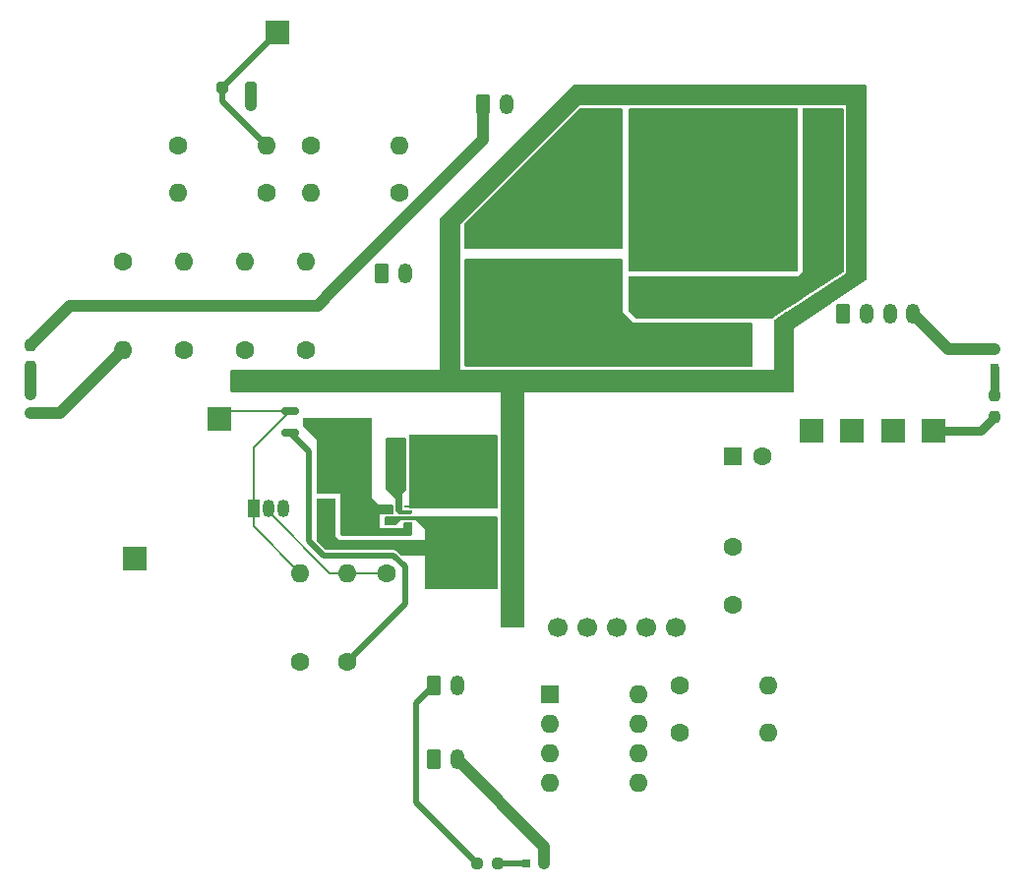
<source format=gbr>
%TF.GenerationSoftware,KiCad,Pcbnew,8.0.5*%
%TF.CreationDate,2025-04-28T01:24:49-04:00*%
%TF.ProjectId,CanSat_Power_Management_Board,43616e53-6174-45f5-906f-7765725f4d61,rev?*%
%TF.SameCoordinates,Original*%
%TF.FileFunction,Copper,L1,Top*%
%TF.FilePolarity,Positive*%
%FSLAX46Y46*%
G04 Gerber Fmt 4.6, Leading zero omitted, Abs format (unit mm)*
G04 Created by KiCad (PCBNEW 8.0.5) date 2025-04-28 01:24:49*
%MOMM*%
%LPD*%
G01*
G04 APERTURE LIST*
G04 Aperture macros list*
%AMRoundRect*
0 Rectangle with rounded corners*
0 $1 Rounding radius*
0 $2 $3 $4 $5 $6 $7 $8 $9 X,Y pos of 4 corners*
0 Add a 4 corners polygon primitive as box body*
4,1,4,$2,$3,$4,$5,$6,$7,$8,$9,$2,$3,0*
0 Add four circle primitives for the rounded corners*
1,1,$1+$1,$2,$3*
1,1,$1+$1,$4,$5*
1,1,$1+$1,$6,$7*
1,1,$1+$1,$8,$9*
0 Add four rect primitives between the rounded corners*
20,1,$1+$1,$2,$3,$4,$5,0*
20,1,$1+$1,$4,$5,$6,$7,0*
20,1,$1+$1,$6,$7,$8,$9,0*
20,1,$1+$1,$8,$9,$2,$3,0*%
G04 Aperture macros list end*
%TA.AperFunction,ComponentPad*%
%ADD10R,1.600000X1.600000*%
%TD*%
%TA.AperFunction,ComponentPad*%
%ADD11C,1.600000*%
%TD*%
%TA.AperFunction,SMDPad,CuDef*%
%ADD12R,0.800000X0.800000*%
%TD*%
%TA.AperFunction,ComponentPad*%
%ADD13R,2.000000X2.000000*%
%TD*%
%TA.AperFunction,ComponentPad*%
%ADD14O,1.600000X1.600000*%
%TD*%
%TA.AperFunction,SMDPad,CuDef*%
%ADD15RoundRect,0.250000X0.337500X0.475000X-0.337500X0.475000X-0.337500X-0.475000X0.337500X-0.475000X0*%
%TD*%
%TA.AperFunction,ComponentPad*%
%ADD16R,3.200000X3.200000*%
%TD*%
%TA.AperFunction,ComponentPad*%
%ADD17O,3.200000X3.200000*%
%TD*%
%TA.AperFunction,SMDPad,CuDef*%
%ADD18RoundRect,0.237500X0.250000X0.237500X-0.250000X0.237500X-0.250000X-0.237500X0.250000X-0.237500X0*%
%TD*%
%TA.AperFunction,SMDPad,CuDef*%
%ADD19RoundRect,0.250000X-0.475000X0.337500X-0.475000X-0.337500X0.475000X-0.337500X0.475000X0.337500X0*%
%TD*%
%TA.AperFunction,SMDPad,CuDef*%
%ADD20RoundRect,0.237500X0.237500X-0.250000X0.237500X0.250000X-0.237500X0.250000X-0.237500X-0.250000X0*%
%TD*%
%TA.AperFunction,ComponentPad*%
%ADD21RoundRect,0.250000X-0.350000X-0.625000X0.350000X-0.625000X0.350000X0.625000X-0.350000X0.625000X0*%
%TD*%
%TA.AperFunction,ComponentPad*%
%ADD22O,1.200000X1.750000*%
%TD*%
%TA.AperFunction,ComponentPad*%
%ADD23C,1.700000*%
%TD*%
%TA.AperFunction,SMDPad,CuDef*%
%ADD24R,0.711200X0.228600*%
%TD*%
%TA.AperFunction,ComponentPad*%
%ADD25R,1.050000X1.500000*%
%TD*%
%TA.AperFunction,ComponentPad*%
%ADD26O,1.050000X1.500000*%
%TD*%
%TA.AperFunction,ComponentPad*%
%ADD27R,1.800000X1.800000*%
%TD*%
%TA.AperFunction,ComponentPad*%
%ADD28O,1.800000X1.800000*%
%TD*%
%TA.AperFunction,SMDPad,CuDef*%
%ADD29RoundRect,0.237500X-0.237500X0.250000X-0.237500X-0.250000X0.237500X-0.250000X0.237500X0.250000X0*%
%TD*%
%TA.AperFunction,SMDPad,CuDef*%
%ADD30R,1.500000X3.600000*%
%TD*%
%TA.AperFunction,SMDPad,CuDef*%
%ADD31RoundRect,0.150000X-0.587500X-0.150000X0.587500X-0.150000X0.587500X0.150000X-0.587500X0.150000X0*%
%TD*%
%TA.AperFunction,SMDPad,CuDef*%
%ADD32R,3.400000X1.100000*%
%TD*%
%TA.AperFunction,SMDPad,CuDef*%
%ADD33RoundRect,0.250000X-0.250000X-0.250000X0.250000X-0.250000X0.250000X0.250000X-0.250000X0.250000X0*%
%TD*%
%TA.AperFunction,ViaPad*%
%ADD34C,0.600000*%
%TD*%
%TA.AperFunction,Conductor*%
%ADD35C,1.000000*%
%TD*%
%TA.AperFunction,Conductor*%
%ADD36C,0.800000*%
%TD*%
%TA.AperFunction,Conductor*%
%ADD37C,0.500000*%
%TD*%
%TA.AperFunction,Conductor*%
%ADD38C,0.200000*%
%TD*%
G04 APERTURE END LIST*
D10*
%TO.P,C9,1*%
%TO.N,Net-(U3-THR)*%
X169000000Y-106500000D03*
D11*
%TO.P,C9,2*%
%TO.N,GND*%
X171500000Y-106500000D03*
%TD*%
D12*
%TO.P,D5,1,K*%
%TO.N,GND*%
X108525000Y-102762500D03*
%TO.P,D5,2,A*%
%TO.N,Net-(D5-A)*%
X108525000Y-101162500D03*
%TD*%
D13*
%TO.P,TP4,1,1*%
%TO.N,/5V*%
X186250000Y-104250000D03*
%TD*%
D11*
%TO.P,R9,1*%
%TO.N,Net-(J4-Pin_1)*%
X135750000Y-124157500D03*
D14*
%TO.P,R9,2*%
%TO.N,Net-(Q1-G)*%
X135750000Y-116537500D03*
%TD*%
D11*
%TO.P,R1,1*%
%TO.N,Net-(R1-Pad1)*%
X116500000Y-89690000D03*
D14*
%TO.P,R1,2*%
%TO.N,GND*%
X116500000Y-97310000D03*
%TD*%
D10*
%TO.P,U3,1,GND*%
%TO.N,GND*%
X153200000Y-126950000D03*
D14*
%TO.P,U3,2,TR*%
%TO.N,Net-(U3-THR)*%
X153200000Y-129490000D03*
%TO.P,U3,3,Q*%
%TO.N,Net-(U3-Q)*%
X153200000Y-132030000D03*
%TO.P,U3,4,R*%
%TO.N,/5V*%
X153200000Y-134570000D03*
%TO.P,U3,5,CV*%
%TO.N,Net-(U3-CV)*%
X160820000Y-134570000D03*
%TO.P,U3,6,THR*%
%TO.N,Net-(U3-THR)*%
X160820000Y-132030000D03*
%TO.P,U3,7,DIS*%
%TO.N,Net-(BZ1-Aux)*%
X160820000Y-129490000D03*
%TO.P,U3,8,VCC*%
%TO.N,/5V*%
X160820000Y-126950000D03*
%TD*%
D13*
%TO.P,TP5,1,1*%
%TO.N,Net-(Q1-G)*%
X117500000Y-115250000D03*
%TD*%
D10*
%TO.P,Cout5,1*%
%TO.N,3.3V*%
X158000000Y-78000000D03*
D11*
%TO.P,Cout5,2*%
%TO.N,GND*%
X161500000Y-78000000D03*
%TD*%
D12*
%TO.P,D3,1,K*%
%TO.N,GND*%
X152762500Y-141495000D03*
%TO.P,D3,2,A*%
%TO.N,Net-(D3-A)*%
X151162500Y-141495000D03*
%TD*%
D11*
%TO.P,R6,1*%
%TO.N,Net-(R5-Pad2)*%
X121190000Y-79750000D03*
D14*
%TO.P,R6,2*%
%TO.N,ADC*%
X128810000Y-79750000D03*
%TD*%
D15*
%TO.P,Cin4,1*%
%TO.N,7.4V*%
X175787500Y-77750000D03*
%TO.P,Cin4,2*%
%TO.N,GND*%
X173712500Y-77750000D03*
%TD*%
D16*
%TO.P,D1,1,K*%
%TO.N,/OUT*%
X168750000Y-96870000D03*
D17*
%TO.P,D1,2,A*%
%TO.N,GND*%
X168750000Y-81630000D03*
%TD*%
D18*
%TO.P,R14,1*%
%TO.N,Net-(D3-A)*%
X148750000Y-141500000D03*
%TO.P,R14,2*%
%TO.N,Net-(J4-Pin_1)*%
X146925000Y-141500000D03*
%TD*%
D11*
%TO.P,C8,1*%
%TO.N,Net-(U3-CV)*%
X169000000Y-119250000D03*
%TO.P,C8,2*%
%TO.N,GND*%
X169000000Y-114250000D03*
%TD*%
%TO.P,R11,1*%
%TO.N,Net-(J4-Pin_1)*%
X131750000Y-124157500D03*
D14*
%TO.P,R11,2*%
%TO.N,Net-(Q1-D)*%
X131750000Y-116537500D03*
%TD*%
D19*
%TO.P,C7,1*%
%TO.N,/5V*%
X144250000Y-110250000D03*
%TO.P,C7,2*%
%TO.N,GND*%
X144250000Y-112325000D03*
%TD*%
D11*
%TO.P,R5,1*%
%TO.N,Net-(R4-Pad2)*%
X128810000Y-83750000D03*
D14*
%TO.P,R5,2*%
%TO.N,Net-(R5-Pad2)*%
X121190000Y-83750000D03*
%TD*%
D20*
%TO.P,R16,1*%
%TO.N,Net-(D5-A)*%
X108500000Y-98750000D03*
%TO.P,R16,2*%
%TO.N,7.4V*%
X108500000Y-96925000D03*
%TD*%
D13*
%TO.P,TP3,1,1*%
%TO.N,3.3V*%
X175750000Y-104250000D03*
%TD*%
%TO.P,TP7,1,1*%
%TO.N,GND*%
X182750000Y-104250000D03*
%TD*%
D11*
%TO.P,R8,1*%
%TO.N,Net-(R7-Pad2)*%
X140310000Y-83750000D03*
D14*
%TO.P,R8,2*%
%TO.N,7.4V*%
X132690000Y-83750000D03*
%TD*%
D15*
%TO.P,Cin1,1*%
%TO.N,7.4V*%
X175737500Y-89000000D03*
%TO.P,Cin1,2*%
%TO.N,GND*%
X173662500Y-89000000D03*
%TD*%
D21*
%TO.P,J5,1,Pin_1*%
%TO.N,Net-(J4-Pin_2)*%
X143250000Y-132550000D03*
D22*
%TO.P,J5,2,Pin_2*%
%TO.N,GND*%
X145250000Y-132550000D03*
%TD*%
D23*
%TO.P,BZ1,1,Aux*%
%TO.N,Net-(BZ1-Aux)*%
X153920000Y-121230000D03*
%TO.P,BZ1,2,5V*%
%TO.N,/5V*%
X156460000Y-121230000D03*
%TO.P,BZ1,3,G*%
%TO.N,GND*%
X159000000Y-121230000D03*
%TO.P,BZ1,4,B*%
%TO.N,unconnected-(BZ1-B-Pad4)*%
X161540000Y-121230000D03*
%TO.P,BZ1,5*%
%TO.N,unconnected-(BZ1-Pad5)*%
X164080000Y-121230000D03*
%TD*%
D24*
%TO.P,TPS610333DRLR_U2,1,VIN*%
%TO.N,/VIN*%
X139401598Y-110787498D03*
%TO.P,TPS610333DRLR_U2,2,EN*%
X139401598Y-111287499D03*
%TO.P,TPS610333DRLR_U2,3,MODE*%
%TO.N,GND*%
X139401598Y-111787499D03*
%TO.P,TPS610333DRLR_U2,4,PG*%
X139401598Y-112287500D03*
%TO.P,TPS610333DRLR_U2,5,FB*%
%TO.N,/VIN*%
X141000000Y-112287500D03*
%TO.P,TPS610333DRLR_U2,6,GND*%
%TO.N,GND*%
X141000000Y-111787499D03*
%TO.P,TPS610333DRLR_U2,7,SW*%
%TO.N,/SW*%
X141000000Y-111287499D03*
%TO.P,TPS610333DRLR_U2,8,VOUT*%
%TO.N,/5V*%
X141000000Y-110787498D03*
%TD*%
D15*
%TO.P,Cin3,1*%
%TO.N,7.4V*%
X175787500Y-81500000D03*
%TO.P,Cin3,2*%
%TO.N,GND*%
X173712500Y-81500000D03*
%TD*%
D21*
%TO.P,J3,1,Pin_1*%
%TO.N,3.3V*%
X178500000Y-94200000D03*
D22*
%TO.P,J3,2,Pin_2*%
%TO.N,7.4V*%
X180500000Y-94200000D03*
%TO.P,J3,3,Pin_3*%
%TO.N,ADC*%
X182500000Y-94200000D03*
%TO.P,J3,4,Pin_4*%
%TO.N,GND*%
X184500000Y-94200000D03*
%TD*%
D13*
%TO.P,TP6,1,1*%
%TO.N,Net-(Q1-D)*%
X124750000Y-103250000D03*
%TD*%
D21*
%TO.P,J1,1,Pin_1*%
%TO.N,7.4V*%
X147500000Y-76200000D03*
D22*
%TO.P,J1,2,Pin_2*%
%TO.N,Net-(J1-Pin_2)*%
X149500000Y-76200000D03*
%TD*%
D25*
%TO.P,Q1,1,D*%
%TO.N,Net-(Q1-D)*%
X127710000Y-111000000D03*
D26*
%TO.P,Q1,2,G*%
%TO.N,Net-(Q1-G)*%
X128980000Y-111000000D03*
%TO.P,Q1,3,S*%
%TO.N,GND*%
X130250000Y-111000000D03*
%TD*%
D27*
%TO.P,U1,1,VIN*%
%TO.N,7.4V*%
X161700000Y-92450000D03*
D28*
%TO.P,U1,2,OUT*%
%TO.N,/OUT*%
X158000000Y-90750000D03*
%TO.P,U1,3,GND*%
%TO.N,GND*%
X161700000Y-89050000D03*
%TO.P,U1,4,FB*%
%TO.N,3.3V*%
X158000000Y-87350000D03*
%TO.P,U1,5,~{ON}/OFF*%
%TO.N,GND*%
X161700000Y-85650000D03*
%TD*%
D11*
%TO.P,R12,1*%
%TO.N,/5V*%
X164440000Y-126250000D03*
D14*
%TO.P,R12,2*%
%TO.N,Net-(U3-THR)*%
X172060000Y-126250000D03*
%TD*%
D12*
%TO.P,D4,1,K*%
%TO.N,GND*%
X191485000Y-97237500D03*
%TO.P,D4,2,A*%
%TO.N,Net-(D4-A)*%
X191485000Y-98837500D03*
%TD*%
D29*
%TO.P,R15,1*%
%TO.N,Net-(D4-A)*%
X191500000Y-101250000D03*
%TO.P,R15,2*%
%TO.N,/5V*%
X191500000Y-103075000D03*
%TD*%
D30*
%TO.P,WE-LQS_4025_L2,1*%
%TO.N,/VIN*%
X136975000Y-106787500D03*
%TO.P,WE-LQS_4025_L2,2*%
%TO.N,/SW*%
X140025000Y-106787500D03*
%TD*%
D11*
%TO.P,R13,1*%
%TO.N,Net-(U3-THR)*%
X164440000Y-130250000D03*
D14*
%TO.P,R13,2*%
%TO.N,Net-(U3-Q)*%
X172060000Y-130250000D03*
%TD*%
D11*
%TO.P,R3,1*%
%TO.N,Net-(R2-Pad1)*%
X127000000Y-97310000D03*
D14*
%TO.P,R3,2*%
%TO.N,Net-(R1-Pad1)*%
X127000000Y-89690000D03*
%TD*%
D11*
%TO.P,R4,1*%
%TO.N,Net-(R2-Pad1)*%
X132250000Y-97310000D03*
D14*
%TO.P,R4,2*%
%TO.N,Net-(R4-Pad2)*%
X132250000Y-89690000D03*
%TD*%
D15*
%TO.P,C6,1*%
%TO.N,/VIN*%
X136037500Y-111037500D03*
%TO.P,C6,2*%
%TO.N,GND*%
X133962500Y-111037500D03*
%TD*%
D11*
%TO.P,R7,1*%
%TO.N,ADC*%
X132690000Y-79750000D03*
D14*
%TO.P,R7,2*%
%TO.N,Net-(R7-Pad2)*%
X140310000Y-79750000D03*
%TD*%
D31*
%TO.P,Q2,1,G*%
%TO.N,Net-(Q1-D)*%
X130875000Y-102550000D03*
%TO.P,Q2,2,S*%
%TO.N,Net-(J4-Pin_1)*%
X130875000Y-104450000D03*
%TO.P,Q2,3,D*%
%TO.N,/VIN*%
X132750000Y-103500000D03*
%TD*%
D11*
%TO.P,R2,1*%
%TO.N,Net-(R2-Pad1)*%
X121750000Y-97310000D03*
D14*
%TO.P,R2,2*%
%TO.N,Net-(R1-Pad1)*%
X121750000Y-89690000D03*
%TD*%
D32*
%TO.P,ASPI-4030S-470M-T_L1,1*%
%TO.N,/OUT*%
X148250000Y-90500000D03*
%TO.P,ASPI-4030S-470M-T_L1,2*%
%TO.N,3.3V*%
X148250000Y-87500000D03*
%TD*%
D33*
%TO.P,D2,1,K*%
%TO.N,ADC*%
X125000000Y-74750000D03*
%TO.P,D2,2,A*%
%TO.N,GND*%
X127500000Y-74750000D03*
%TD*%
D11*
%TO.P,R10,1*%
%TO.N,Net-(Q1-G)*%
X139190000Y-116537500D03*
D14*
%TO.P,R10,2*%
%TO.N,GND*%
X146810000Y-116537500D03*
%TD*%
D15*
%TO.P,Cin2,1*%
%TO.N,7.4V*%
X175787500Y-85250000D03*
%TO.P,Cin2,2*%
%TO.N,GND*%
X173712500Y-85250000D03*
%TD*%
D21*
%TO.P,J2,1,Pin_1*%
%TO.N,Net-(J1-Pin_2)*%
X138750000Y-90700000D03*
D22*
%TO.P,J2,2,Pin_2*%
%TO.N,GND*%
X140750000Y-90700000D03*
%TD*%
D21*
%TO.P,J4,1,Pin_1*%
%TO.N,Net-(J4-Pin_1)*%
X143250000Y-126250000D03*
D22*
%TO.P,J4,2,Pin_2*%
%TO.N,Net-(J4-Pin_2)*%
X145250000Y-126250000D03*
%TD*%
D13*
%TO.P,TP2,1,1*%
%TO.N,7.4V*%
X179250000Y-104250000D03*
%TD*%
%TO.P,TP1,1,1*%
%TO.N,ADC*%
X129750000Y-70000000D03*
%TD*%
D34*
%TO.N,GND*%
X166250000Y-99500000D03*
X129250000Y-100500000D03*
X173250000Y-75750000D03*
X173000000Y-98750000D03*
X165500000Y-99500000D03*
X163250000Y-99500000D03*
X176500000Y-92700000D03*
X150500000Y-103500000D03*
X169250000Y-99500000D03*
X149500000Y-107250000D03*
X147250000Y-112250000D03*
X150500000Y-116250000D03*
X141250000Y-100500000D03*
X148750000Y-81750000D03*
X149500000Y-119250000D03*
X154000000Y-77250000D03*
X164750000Y-78750000D03*
X148000000Y-99500000D03*
X168500000Y-99500000D03*
X142750000Y-100500000D03*
X148000000Y-82500000D03*
X160000000Y-75750000D03*
X167750000Y-85750000D03*
X171750000Y-89750000D03*
X173000000Y-97250000D03*
X156250000Y-75750000D03*
X157250000Y-100500000D03*
X180000000Y-79500000D03*
X159250000Y-75000000D03*
X160750000Y-86750000D03*
X132250000Y-100500000D03*
X127000000Y-100500000D03*
X127750000Y-100500000D03*
X167750000Y-100500000D03*
X150500000Y-118500000D03*
X136750000Y-100500000D03*
X145750000Y-99500000D03*
X154000000Y-76500000D03*
X144250000Y-100500000D03*
X144250000Y-90750000D03*
X161750000Y-99500000D03*
X170750000Y-100500000D03*
X161500000Y-75000000D03*
X128500000Y-100500000D03*
X171750000Y-85750000D03*
X164000000Y-99500000D03*
X139750000Y-100500000D03*
X150500000Y-117000000D03*
X151250000Y-100500000D03*
X158500000Y-75000000D03*
X178750000Y-91200000D03*
X149500000Y-116250000D03*
X180000000Y-78750000D03*
X170750000Y-86750000D03*
X145000000Y-97250000D03*
X178750000Y-91950000D03*
X173750000Y-97250000D03*
X156500000Y-100500000D03*
X137500000Y-100500000D03*
X143500000Y-99500000D03*
X154250000Y-100500000D03*
X151000000Y-80250000D03*
X144250000Y-97250000D03*
X171750000Y-87750000D03*
X144250000Y-90000000D03*
X163250000Y-100500000D03*
X180000000Y-84000000D03*
X145000000Y-87000000D03*
X144250000Y-87000000D03*
X159500000Y-99500000D03*
X146500000Y-84000000D03*
X168750000Y-78750000D03*
X151000000Y-79500000D03*
X130000000Y-99500000D03*
X162750000Y-86750000D03*
X165750000Y-79750000D03*
X132250000Y-99500000D03*
X162750000Y-80750000D03*
X158000000Y-99500000D03*
X166000000Y-75750000D03*
X175500000Y-75000000D03*
X146500000Y-84750000D03*
X149500000Y-120000000D03*
X150500000Y-114750000D03*
X172250000Y-99500000D03*
X144250000Y-87750000D03*
X177000000Y-75750000D03*
X180000000Y-84750000D03*
X174000000Y-75000000D03*
X180000000Y-85500000D03*
X163750000Y-81750000D03*
X144250000Y-94250000D03*
X170750000Y-84750000D03*
X165750000Y-81750000D03*
X169250000Y-100500000D03*
X149500000Y-81000000D03*
X145250000Y-114250000D03*
X136750000Y-99500000D03*
X149500000Y-117000000D03*
X167750000Y-89750000D03*
X177250000Y-92950000D03*
X179250000Y-81000000D03*
X178500000Y-75000000D03*
X161000000Y-99500000D03*
X180000000Y-81750000D03*
X150250000Y-81000000D03*
X148250000Y-117250000D03*
X164750000Y-99500000D03*
X160750000Y-84750000D03*
X127000000Y-99500000D03*
X126250000Y-100500000D03*
X175750000Y-93200000D03*
X146500000Y-99500000D03*
X145000000Y-94250000D03*
X166750000Y-84750000D03*
X179250000Y-84750000D03*
X166750000Y-82750000D03*
X149500000Y-109500000D03*
X150500000Y-102750000D03*
X159500000Y-100500000D03*
X152500000Y-78750000D03*
X149500000Y-99500000D03*
X170000000Y-99500000D03*
X148750000Y-100500000D03*
X163000000Y-75000000D03*
X162250000Y-75000000D03*
X150250000Y-80250000D03*
X158500000Y-75750000D03*
X156250000Y-75000000D03*
X150500000Y-120750000D03*
X179250000Y-83250000D03*
X174000000Y-75750000D03*
X149500000Y-108000000D03*
X127500000Y-76250000D03*
X149500000Y-110250000D03*
X139000000Y-99500000D03*
X145000000Y-96500000D03*
X168750000Y-86750000D03*
X162500000Y-99500000D03*
X150500000Y-110250000D03*
X144250000Y-91500000D03*
X163750000Y-79750000D03*
X180000000Y-75750000D03*
X169750000Y-87750000D03*
X161750000Y-87750000D03*
X169750000Y-83750000D03*
X154750000Y-75750000D03*
X170750000Y-88750000D03*
X140500000Y-99500000D03*
X179250000Y-78000000D03*
X167000000Y-99500000D03*
X145750000Y-85500000D03*
X145000000Y-98000000D03*
X163750000Y-75750000D03*
X173750000Y-100500000D03*
X178000000Y-92450000D03*
X141250000Y-99500000D03*
X150500000Y-101250000D03*
X165750000Y-83750000D03*
X164000000Y-100500000D03*
X150500000Y-107250000D03*
X145000000Y-87750000D03*
X144250000Y-88500000D03*
X147250000Y-114250000D03*
X165250000Y-75000000D03*
X152000000Y-100500000D03*
X164750000Y-100500000D03*
X170750000Y-80750000D03*
X146250000Y-113250000D03*
X151750000Y-79500000D03*
X180000000Y-80250000D03*
X150500000Y-111000000D03*
X134500000Y-100500000D03*
X160750000Y-82750000D03*
X142000000Y-100500000D03*
X149500000Y-100500000D03*
X151750000Y-78750000D03*
X155750000Y-100500000D03*
X149500000Y-105000000D03*
X173750000Y-96500000D03*
X144250000Y-96500000D03*
X145000000Y-88500000D03*
X145000000Y-89250000D03*
X180000000Y-82500000D03*
X150500000Y-119250000D03*
X178000000Y-91700000D03*
X161750000Y-79750000D03*
X149500000Y-117750000D03*
X159250000Y-75750000D03*
X147250000Y-99500000D03*
X179400000Y-89200000D03*
X133000000Y-100500000D03*
X171000000Y-75750000D03*
X145000000Y-92250000D03*
X173000000Y-100500000D03*
X171750000Y-75750000D03*
X174750000Y-75750000D03*
X148750000Y-82500000D03*
X157750000Y-75000000D03*
X171750000Y-75000000D03*
X179250000Y-77250000D03*
X177250000Y-92200000D03*
X152000000Y-99500000D03*
X167000000Y-100500000D03*
X145250000Y-116250000D03*
X143250000Y-114250000D03*
X138250000Y-99500000D03*
X179250000Y-75750000D03*
X146500000Y-100500000D03*
X164750000Y-88750000D03*
X164750000Y-82750000D03*
X138250000Y-100500000D03*
X179250000Y-76500000D03*
X130000000Y-100500000D03*
X168500000Y-100500000D03*
X146500000Y-115250000D03*
X164500000Y-75000000D03*
X155500000Y-75750000D03*
X155750000Y-99500000D03*
X142750000Y-99500000D03*
X176250000Y-75000000D03*
X145000000Y-100500000D03*
X144250000Y-89250000D03*
X179250000Y-79500000D03*
X180000000Y-76500000D03*
X147250000Y-84000000D03*
X145000000Y-90750000D03*
X179400000Y-90700000D03*
X173000000Y-96500000D03*
X142000000Y-99500000D03*
X145000000Y-90000000D03*
X135250000Y-99500000D03*
X173000000Y-95000000D03*
X171000000Y-75000000D03*
X177750000Y-75750000D03*
X127750000Y-99500000D03*
X157000000Y-75000000D03*
X133000000Y-99500000D03*
X163750000Y-89750000D03*
X145000000Y-91500000D03*
X145750000Y-84750000D03*
X148750000Y-99500000D03*
X150500000Y-115500000D03*
X155500000Y-75000000D03*
X179250000Y-81750000D03*
X180000000Y-78000000D03*
X144250000Y-115250000D03*
X150500000Y-102000000D03*
X170750000Y-99500000D03*
X180000000Y-81000000D03*
X163750000Y-75000000D03*
X157000000Y-75750000D03*
X150500000Y-104250000D03*
X174750000Y-75000000D03*
X147250000Y-83250000D03*
X135250000Y-100500000D03*
X160750000Y-75750000D03*
X145000000Y-98750000D03*
X152750000Y-99500000D03*
X161750000Y-100500000D03*
X133750000Y-100500000D03*
X130750000Y-100500000D03*
X176500000Y-93450000D03*
X148250000Y-115250000D03*
X176250000Y-75750000D03*
X143500000Y-100500000D03*
X145000000Y-85500000D03*
X134500000Y-99500000D03*
X149500000Y-120750000D03*
X167750000Y-83750000D03*
X150500000Y-108000000D03*
X177750000Y-75000000D03*
X139000000Y-100500000D03*
X145750000Y-100500000D03*
X165750000Y-89750000D03*
X139750000Y-99500000D03*
X150500000Y-109500000D03*
X167750000Y-99500000D03*
X173000000Y-95750000D03*
X154250000Y-99500000D03*
X179250000Y-82500000D03*
X157250000Y-99500000D03*
X179250000Y-75000000D03*
X169750000Y-79750000D03*
X162750000Y-78750000D03*
X166750000Y-78750000D03*
X145000000Y-95750000D03*
X160250000Y-99500000D03*
X177000000Y-75000000D03*
X164500000Y-75750000D03*
X149500000Y-105750000D03*
X160000000Y-75000000D03*
X171750000Y-81750000D03*
X144250000Y-92250000D03*
X153250000Y-77250000D03*
X144250000Y-95750000D03*
X153500000Y-100500000D03*
X149500000Y-115500000D03*
X149500000Y-101250000D03*
X160750000Y-75000000D03*
X155000000Y-99500000D03*
X153250000Y-78000000D03*
X144250000Y-98750000D03*
X173250000Y-75000000D03*
X130750000Y-99500000D03*
X179250000Y-80250000D03*
X145000000Y-86250000D03*
X150500000Y-105750000D03*
X149500000Y-102750000D03*
X178500000Y-75750000D03*
X170250000Y-75000000D03*
X148000000Y-83250000D03*
X175500000Y-75750000D03*
X152500000Y-78000000D03*
X150500000Y-117750000D03*
X150500000Y-120000000D03*
X163750000Y-77750000D03*
X166750000Y-88750000D03*
X167750000Y-77750000D03*
X173750000Y-98750000D03*
X172750000Y-86750000D03*
X166750000Y-80750000D03*
X149500000Y-103500000D03*
X180000000Y-77250000D03*
X170250000Y-75750000D03*
X149500000Y-114000000D03*
X173000000Y-98000000D03*
X166250000Y-100500000D03*
X158750000Y-99500000D03*
X144250000Y-95000000D03*
X152750000Y-100500000D03*
X143250000Y-116250000D03*
X171500000Y-100500000D03*
X163750000Y-87750000D03*
X162250000Y-75750000D03*
X161750000Y-83750000D03*
X156500000Y-99500000D03*
X161000000Y-100500000D03*
X158750000Y-100500000D03*
X165250000Y-75750000D03*
X169500000Y-75000000D03*
X167750000Y-79750000D03*
X145000000Y-95000000D03*
X149500000Y-118500000D03*
X180000000Y-83250000D03*
X136000000Y-99500000D03*
X163750000Y-85750000D03*
X173000000Y-99500000D03*
X179400000Y-89950000D03*
X158000000Y-100500000D03*
X162750000Y-84750000D03*
X155000000Y-100500000D03*
X163000000Y-75750000D03*
X173750000Y-83750000D03*
X144250000Y-98000000D03*
X150500000Y-108750000D03*
X145000000Y-99500000D03*
X149500000Y-113250000D03*
X153500000Y-99500000D03*
X126250000Y-99500000D03*
X179250000Y-84000000D03*
X136000000Y-100500000D03*
X165500000Y-100500000D03*
X170750000Y-82750000D03*
X128500000Y-99500000D03*
X144250000Y-99500000D03*
X168750000Y-84750000D03*
X150500000Y-106500000D03*
X131500000Y-100500000D03*
X172250000Y-100500000D03*
X131500000Y-99500000D03*
X148250000Y-113250000D03*
X171750000Y-83750000D03*
X144250000Y-117250000D03*
X160250000Y-100500000D03*
X140500000Y-100500000D03*
X172750000Y-82750000D03*
X161500000Y-75750000D03*
X147250000Y-100500000D03*
X151250000Y-99500000D03*
X149500000Y-108750000D03*
X173750000Y-98000000D03*
X148000000Y-100500000D03*
X157750000Y-75750000D03*
X162500000Y-100500000D03*
X150500000Y-100500000D03*
X149500000Y-104250000D03*
X149500000Y-114750000D03*
X173750000Y-95000000D03*
X133750000Y-99500000D03*
X165750000Y-77750000D03*
X149500000Y-106500000D03*
X173750000Y-99500000D03*
X170000000Y-100500000D03*
X169750000Y-85750000D03*
X173750000Y-95750000D03*
X144250000Y-86250000D03*
X172500000Y-75750000D03*
X164750000Y-80750000D03*
X150500000Y-114000000D03*
X179250000Y-78750000D03*
X165750000Y-87750000D03*
X172500000Y-75000000D03*
X137500000Y-99500000D03*
X129250000Y-99500000D03*
X164750000Y-86750000D03*
X150500000Y-99500000D03*
X154750000Y-76500000D03*
X171500000Y-99500000D03*
X149500000Y-81750000D03*
X150500000Y-105000000D03*
X149500000Y-102000000D03*
%TO.N,/5V*%
X148250000Y-110500000D03*
%TO.N,GND*%
X180000000Y-75000000D03*
%TD*%
D35*
%TO.N,GND*%
X130287500Y-111037500D02*
X130250000Y-111000000D01*
X152762500Y-141495000D02*
X152762500Y-140062500D01*
X187537500Y-97237500D02*
X184500000Y-94200000D01*
X111047500Y-102762500D02*
X116500000Y-97310000D01*
X191485000Y-97237500D02*
X187537500Y-97237500D01*
X152762500Y-140062500D02*
X145250000Y-132550000D01*
X127500000Y-74750000D02*
X127500000Y-76250000D01*
X108525000Y-102762500D02*
X111047500Y-102762500D01*
D36*
%TO.N,/5V*%
X186250000Y-104250000D02*
X190325000Y-104250000D01*
X190325000Y-104250000D02*
X191500000Y-103075000D01*
D35*
%TO.N,7.4V*%
X134625000Y-92125000D02*
X147500000Y-79250000D01*
X108500000Y-96925000D02*
X111925000Y-93500000D01*
X111925000Y-93500000D02*
X133250000Y-93500000D01*
X147500000Y-79250000D02*
X147500000Y-76200000D01*
X133250000Y-93500000D02*
X134625000Y-92125000D01*
D37*
%TO.N,ADC*%
X125000000Y-75940000D02*
X128810000Y-79750000D01*
X125000000Y-74750000D02*
X125000000Y-75940000D01*
X125000000Y-74750000D02*
X129750000Y-70000000D01*
D38*
%TO.N,Net-(Q1-G)*%
X128980000Y-111000000D02*
X128980000Y-111225000D01*
X128980000Y-111225000D02*
X134292500Y-116537500D01*
X135750000Y-116537500D02*
X139190000Y-116537500D01*
X134292500Y-116537500D02*
X135750000Y-116537500D01*
%TO.N,Net-(Q1-D)*%
X130875000Y-102550000D02*
X125450000Y-102550000D01*
X131750000Y-116537500D02*
X127710000Y-112497500D01*
X127710000Y-105715000D02*
X130875000Y-102550000D01*
X127710000Y-112497500D02*
X127710000Y-111000000D01*
X125450000Y-102550000D02*
X124750000Y-103250000D01*
X127710000Y-111000000D02*
X127710000Y-105715000D01*
D37*
%TO.N,Net-(J4-Pin_1)*%
X140750000Y-116000000D02*
X140750000Y-119157500D01*
X132500000Y-113750000D02*
X132500000Y-106075000D01*
X139750000Y-115000000D02*
X140750000Y-116000000D01*
X141750000Y-136325000D02*
X146925000Y-141500000D01*
X133000000Y-114250000D02*
X132500000Y-113750000D01*
X132500000Y-106075000D02*
X130875000Y-104450000D01*
X140750000Y-119157500D02*
X135750000Y-124157500D01*
X133000000Y-114250000D02*
X133500000Y-114750000D01*
X143250000Y-126250000D02*
X141750000Y-127750000D01*
X133500000Y-114750000D02*
X133750000Y-115000000D01*
X133750000Y-115000000D02*
X139750000Y-115000000D01*
X141750000Y-127750000D02*
X141750000Y-136325000D01*
D38*
%TO.N,Net-(D3-A)*%
X151157500Y-141500000D02*
X151162500Y-141495000D01*
D37*
X148750000Y-141500000D02*
X151157500Y-141500000D01*
D36*
%TO.N,Net-(D4-A)*%
X191500000Y-101250000D02*
X191500000Y-98852500D01*
X191500000Y-98852500D02*
X191485000Y-98837500D01*
D35*
%TO.N,Net-(D5-A)*%
X108525000Y-98775000D02*
X108500000Y-98750000D01*
X108525000Y-101162500D02*
X108525000Y-98775000D01*
%TD*%
%TA.AperFunction,Conductor*%
%TO.N,3.3V*%
G36*
X156500000Y-80100000D02*
G01*
X150500000Y-86100000D01*
X146200000Y-86100000D01*
X155813721Y-76536090D01*
X155875131Y-76502766D01*
X155901174Y-76500000D01*
X156500000Y-76500000D01*
X156500000Y-80100000D01*
G37*
%TD.AperFunction*%
%TD*%
%TA.AperFunction,Conductor*%
%TO.N,GND*%
G36*
X180500000Y-86000000D02*
G01*
X178750000Y-86000000D01*
X178750000Y-76250000D01*
X180500000Y-76250000D01*
X180500000Y-86000000D01*
G37*
%TD.AperFunction*%
%TD*%
%TA.AperFunction,Conductor*%
%TO.N,GND*%
G36*
X148693039Y-111669685D02*
G01*
X148738794Y-111722489D01*
X148750000Y-111774000D01*
X148750000Y-117776000D01*
X148730315Y-117843039D01*
X148677511Y-117888794D01*
X148626000Y-117900000D01*
X142624000Y-117900000D01*
X142556961Y-117880315D01*
X142511206Y-117827511D01*
X142500000Y-117776000D01*
X142500000Y-115000000D01*
X142700000Y-115000000D01*
X142700000Y-113650000D01*
X142500000Y-113650000D01*
X142500000Y-112750000D01*
X141700000Y-111950000D01*
X140449998Y-111950000D01*
X139935472Y-112417753D01*
X139872626Y-112448283D01*
X139852061Y-112450000D01*
X139124000Y-112450000D01*
X139056961Y-112430315D01*
X139011206Y-112377511D01*
X139000000Y-112326000D01*
X139000000Y-111774000D01*
X139019685Y-111706961D01*
X139072489Y-111661206D01*
X139124000Y-111650000D01*
X148626000Y-111650000D01*
X148693039Y-111669685D01*
G37*
%TD.AperFunction*%
%TD*%
%TA.AperFunction,Conductor*%
%TO.N,7.4V*%
G36*
X178487539Y-76519685D02*
G01*
X178533294Y-76572489D01*
X178544500Y-76624000D01*
X178544500Y-90569674D01*
X178524815Y-90636713D01*
X178487343Y-90674116D01*
X175180848Y-92790272D01*
X174558970Y-93188275D01*
X173497407Y-93867675D01*
X173493189Y-93870897D01*
X173486706Y-93875527D01*
X173453424Y-93897716D01*
X173449997Y-93900000D01*
X160016453Y-93949938D01*
X160002834Y-93924996D01*
X160000000Y-93898638D01*
X160000000Y-91074000D01*
X160019685Y-91006961D01*
X160072489Y-90961206D01*
X160124000Y-90950000D01*
X174650000Y-90950000D01*
X175000000Y-90600000D01*
X174950441Y-76624439D01*
X174969887Y-76557331D01*
X175022529Y-76511389D01*
X175074440Y-76500000D01*
X178420500Y-76500000D01*
X178487539Y-76519685D01*
G37*
%TD.AperFunction*%
%TD*%
%TA.AperFunction,Conductor*%
%TO.N,/VIN*%
G36*
X137900000Y-110000000D02*
G01*
X138500000Y-110650000D01*
X139620500Y-110650000D01*
X139687539Y-110669685D01*
X139733294Y-110722489D01*
X139744500Y-110774000D01*
X139744500Y-111148638D01*
X139745678Y-111170618D01*
X139748511Y-111196965D01*
X139748512Y-111196967D01*
X139774291Y-111279294D01*
X139772758Y-111279773D01*
X139779940Y-111341436D01*
X139749219Y-111404190D01*
X139689448Y-111440372D01*
X139657720Y-111444500D01*
X139123992Y-111444500D01*
X139079460Y-111449289D01*
X139066204Y-111450000D01*
X138600000Y-111450000D01*
X135200000Y-111450000D01*
X135200000Y-105400000D01*
X137900000Y-105400000D01*
X137900000Y-110000000D01*
G37*
%TD.AperFunction*%
%TD*%
%TA.AperFunction,Conductor*%
%TO.N,/OUT*%
G36*
X159500000Y-94000000D02*
G01*
X160450000Y-94950000D01*
X170526000Y-94950000D01*
X170593039Y-94969685D01*
X170638794Y-95022489D01*
X170650000Y-95074000D01*
X170650000Y-98626000D01*
X170630315Y-98693039D01*
X170577511Y-98738794D01*
X170526000Y-98750000D01*
X145974000Y-98750000D01*
X145906961Y-98730315D01*
X145861206Y-98677511D01*
X145850000Y-98626000D01*
X145850000Y-91950000D01*
X159500000Y-91950000D01*
X159500000Y-94000000D01*
G37*
%TD.AperFunction*%
%TD*%
%TA.AperFunction,Conductor*%
%TO.N,GND*%
G36*
X134743039Y-110119685D02*
G01*
X134788794Y-110172489D01*
X134800000Y-110224000D01*
X134800000Y-113350000D01*
X135100000Y-113650000D01*
X142700000Y-113650000D01*
X142700000Y-115000000D01*
X140438465Y-115000000D01*
X140371426Y-114980315D01*
X140350784Y-114963681D01*
X140026616Y-114639513D01*
X140026614Y-114639511D01*
X139975250Y-114609856D01*
X139923888Y-114580201D01*
X139911780Y-114576957D01*
X139899673Y-114573713D01*
X139899670Y-114573712D01*
X139861478Y-114563478D01*
X139809309Y-114549500D01*
X139809308Y-114549500D01*
X133987965Y-114549500D01*
X133920926Y-114529815D01*
X133900284Y-114513181D01*
X133867560Y-114480457D01*
X133867558Y-114480454D01*
X133367560Y-113980457D01*
X133367558Y-113980454D01*
X133186319Y-113799215D01*
X133152834Y-113737892D01*
X133150000Y-113711534D01*
X133150000Y-110224000D01*
X133169685Y-110156961D01*
X133222489Y-110111206D01*
X133274000Y-110100000D01*
X134676000Y-110100000D01*
X134743039Y-110119685D01*
G37*
%TD.AperFunction*%
%TD*%
%TA.AperFunction,Conductor*%
%TO.N,/5V*%
G36*
X148693039Y-104619685D02*
G01*
X148738794Y-104672489D01*
X148750000Y-104724000D01*
X148750000Y-110826000D01*
X148730315Y-110893039D01*
X148677511Y-110938794D01*
X148626000Y-110950000D01*
X141323122Y-110950000D01*
X141305475Y-110948738D01*
X141291358Y-110946708D01*
X141276000Y-110944500D01*
X141275999Y-110944500D01*
X141224000Y-110944500D01*
X141156961Y-110924815D01*
X141111206Y-110872011D01*
X141100000Y-110820500D01*
X141100000Y-109303624D01*
X141101262Y-109285976D01*
X141105500Y-109256501D01*
X141105500Y-105024008D01*
X141105500Y-105024000D01*
X141100803Y-104980316D01*
X141100710Y-104979450D01*
X141100000Y-104966196D01*
X141100000Y-104724000D01*
X141119685Y-104656961D01*
X141172489Y-104611206D01*
X141224000Y-104600000D01*
X148626000Y-104600000D01*
X148693039Y-104619685D01*
G37*
%TD.AperFunction*%
%TD*%
%TA.AperFunction,Conductor*%
%TO.N,7.4V*%
G36*
X173443356Y-93904428D02*
G01*
X173443356Y-93904429D01*
X173443354Y-93904430D01*
X172431239Y-94579174D01*
X172364540Y-94599982D01*
X172362456Y-94600000D01*
X160701362Y-94600000D01*
X160634323Y-94580315D01*
X160613681Y-94563681D01*
X160036319Y-93986319D01*
X160016453Y-93949938D01*
X173450000Y-93900000D01*
X173443356Y-93904428D01*
G37*
%TD.AperFunction*%
%TD*%
%TA.AperFunction,Conductor*%
%TO.N,3.3V*%
G36*
X159443039Y-76519685D02*
G01*
X159488794Y-76572489D01*
X159500000Y-76624000D01*
X159500000Y-88526000D01*
X159480315Y-88593039D01*
X159472282Y-88600000D01*
X156500000Y-88600000D01*
X156500000Y-76500000D01*
X159376000Y-76500000D01*
X159443039Y-76519685D01*
G37*
%TD.AperFunction*%
%TD*%
%TA.AperFunction,Conductor*%
%TO.N,/VIN*%
G36*
X137843039Y-103169685D02*
G01*
X137888794Y-103222489D01*
X137900000Y-103274000D01*
X137900000Y-105400000D01*
X135200000Y-105400000D01*
X135200000Y-104500000D01*
X134500000Y-103850000D01*
X131966487Y-103850000D01*
X131952834Y-103824996D01*
X131950000Y-103798638D01*
X131950000Y-103274000D01*
X131969685Y-103206961D01*
X132022489Y-103161206D01*
X132074000Y-103150000D01*
X137776000Y-103150000D01*
X137843039Y-103169685D01*
G37*
%TD.AperFunction*%
%TD*%
%TA.AperFunction,Conductor*%
%TO.N,/VIN*%
G36*
X135200000Y-104500000D02*
G01*
X135200000Y-109700000D01*
X133274000Y-109700000D01*
X133206961Y-109680315D01*
X133161206Y-109627511D01*
X133150000Y-109576000D01*
X133150000Y-105050000D01*
X131986319Y-103886319D01*
X131966487Y-103850000D01*
X134500000Y-103850000D01*
X135200000Y-104500000D01*
G37*
%TD.AperFunction*%
%TD*%
%TA.AperFunction,Conductor*%
%TO.N,3.3V*%
G36*
X156500000Y-88600000D02*
G01*
X159472282Y-88600000D01*
X159427511Y-88638794D01*
X159376000Y-88650000D01*
X145974000Y-88650000D01*
X145906961Y-88630315D01*
X145861206Y-88577511D01*
X145850000Y-88526000D01*
X145850000Y-86491981D01*
X145869685Y-86424942D01*
X145886319Y-86404300D01*
X145935968Y-86354651D01*
X146166529Y-86124089D01*
X146194636Y-86105335D01*
X146199999Y-86100000D01*
X146200000Y-86100000D01*
X156500000Y-86100000D01*
X156500000Y-88600000D01*
G37*
%TD.AperFunction*%
%TD*%
%TA.AperFunction,Conductor*%
%TO.N,GND*%
G36*
X180443039Y-74519685D02*
G01*
X180488794Y-74572489D01*
X180500000Y-74624000D01*
X180500000Y-76250000D01*
X155750000Y-76250000D01*
X155749999Y-76250000D01*
X145500000Y-86499999D01*
X145500000Y-86500000D01*
X145500000Y-99000000D01*
X143750000Y-99000000D01*
X143750000Y-86051362D01*
X143769685Y-85984323D01*
X143786319Y-85963681D01*
X155213681Y-74536319D01*
X155275004Y-74502834D01*
X155301362Y-74500000D01*
X180376000Y-74500000D01*
X180443039Y-74519685D01*
G37*
%TD.AperFunction*%
%TD*%
%TA.AperFunction,Conductor*%
%TO.N,/SW*%
G36*
X140843039Y-104919685D02*
G01*
X140888794Y-104972489D01*
X140900000Y-105024000D01*
X140900000Y-109256503D01*
X140880315Y-109323542D01*
X140872828Y-109333965D01*
X140500000Y-109800000D01*
X140500000Y-111150000D01*
X141276000Y-111150000D01*
X141343039Y-111169685D01*
X141388794Y-111222489D01*
X141400000Y-111274000D01*
X141400000Y-111320500D01*
X141380315Y-111387539D01*
X141327511Y-111433294D01*
X141276000Y-111444500D01*
X140245862Y-111444500D01*
X140178823Y-111424815D01*
X140158181Y-111408181D01*
X139986319Y-111236319D01*
X139952834Y-111174996D01*
X139950000Y-111148638D01*
X139950000Y-110200000D01*
X139949999Y-110199999D01*
X139133850Y-109335841D01*
X139102130Y-109273587D01*
X139100000Y-109250700D01*
X139100000Y-105024000D01*
X139119685Y-104956961D01*
X139172489Y-104911206D01*
X139224000Y-104900000D01*
X140776000Y-104900000D01*
X140843039Y-104919685D01*
G37*
%TD.AperFunction*%
%TD*%
%TA.AperFunction,Conductor*%
%TO.N,GND*%
G36*
X180500000Y-91184367D02*
G01*
X180480315Y-91251406D01*
X180445726Y-91286906D01*
X174250000Y-95499999D01*
X174250000Y-95500000D01*
X174250000Y-99000000D01*
X172500000Y-99000000D01*
X172500000Y-94846676D01*
X172519685Y-94779637D01*
X172555217Y-94743502D01*
X172607724Y-94708497D01*
X173557345Y-94075416D01*
X173557344Y-94075415D01*
X173559244Y-94074148D01*
X173563967Y-94071002D01*
X173563967Y-94071001D01*
X173567961Y-94068341D01*
X173568016Y-94068301D01*
X173604997Y-94043647D01*
X173608192Y-94040756D01*
X178750000Y-90750000D01*
X178750000Y-86000000D01*
X180500000Y-86000000D01*
X180500000Y-91184367D01*
G37*
%TD.AperFunction*%
%TD*%
%TA.AperFunction,Conductor*%
%TO.N,/VIN*%
G36*
X138600000Y-112700000D02*
G01*
X140600000Y-112700000D01*
X140600000Y-112279500D01*
X140619685Y-112212461D01*
X140672489Y-112166706D01*
X140724000Y-112155500D01*
X141276000Y-112155500D01*
X141343039Y-112175185D01*
X141388794Y-112227989D01*
X141400000Y-112279500D01*
X141400000Y-113176000D01*
X141380315Y-113243039D01*
X141327511Y-113288794D01*
X141276000Y-113300000D01*
X135324000Y-113300000D01*
X135256961Y-113280315D01*
X135211206Y-113227511D01*
X135200000Y-113176000D01*
X135200000Y-111450000D01*
X138600000Y-111450000D01*
X138600000Y-112700000D01*
G37*
%TD.AperFunction*%
%TD*%
%TA.AperFunction,Conductor*%
%TO.N,/OUT*%
G36*
X159443039Y-89469685D02*
G01*
X159488794Y-89522489D01*
X159500000Y-89574000D01*
X159500000Y-91950000D01*
X145850000Y-91950000D01*
X145850000Y-89574000D01*
X145869685Y-89506961D01*
X145922489Y-89461206D01*
X145974000Y-89450000D01*
X159376000Y-89450000D01*
X159443039Y-89469685D01*
G37*
%TD.AperFunction*%
%TD*%
%TA.AperFunction,Conductor*%
%TO.N,GND*%
G36*
X174250000Y-100876000D02*
G01*
X174230315Y-100943039D01*
X174177511Y-100988794D01*
X174126000Y-101000000D01*
X151000000Y-101000000D01*
X151000000Y-121126000D01*
X150980315Y-121193039D01*
X150927511Y-121238794D01*
X150876000Y-121250000D01*
X149124000Y-121250000D01*
X149056961Y-121230315D01*
X149011206Y-121177511D01*
X149000000Y-121126000D01*
X149000000Y-101000000D01*
X125874000Y-101000000D01*
X125806961Y-100980315D01*
X125761206Y-100927511D01*
X125750000Y-100876000D01*
X125750000Y-99124000D01*
X125769685Y-99056961D01*
X125822489Y-99011206D01*
X125874000Y-99000000D01*
X143750000Y-99000000D01*
X174250000Y-99000000D01*
X174250000Y-100876000D01*
G37*
%TD.AperFunction*%
%TD*%
%TA.AperFunction,Conductor*%
%TO.N,GND*%
G36*
X174542597Y-76519685D02*
G01*
X174588352Y-76572489D01*
X174599557Y-76624441D01*
X174550442Y-90426000D01*
X174550440Y-90426441D01*
X174530517Y-90493410D01*
X174477551Y-90538977D01*
X174426441Y-90550000D01*
X160124000Y-90550000D01*
X160056961Y-90530315D01*
X160011206Y-90477511D01*
X160000000Y-90426000D01*
X160000000Y-76624000D01*
X160019685Y-76556961D01*
X160072489Y-76511206D01*
X160124000Y-76500000D01*
X174475558Y-76500000D01*
X174542597Y-76519685D01*
G37*
%TD.AperFunction*%
%TD*%
%TA.AperFunction,Conductor*%
%TO.N,3.3V*%
G36*
X156500000Y-86100000D02*
G01*
X150500000Y-86100000D01*
X156500000Y-80100000D01*
X156500000Y-86100000D01*
G37*
%TD.AperFunction*%
%TD*%
M02*

</source>
